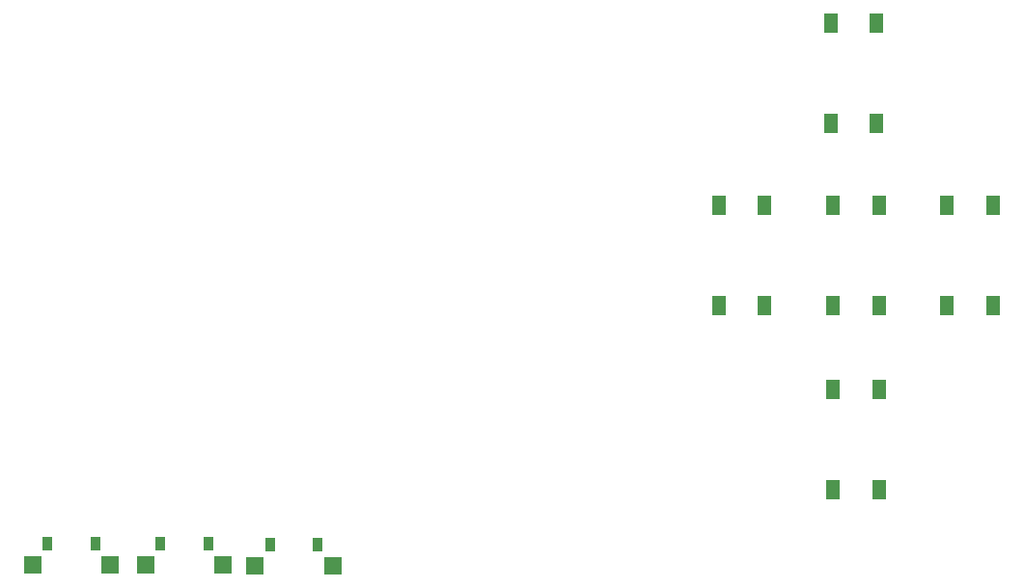
<source format=gtp>
%TF.GenerationSoftware,KiCad,Pcbnew,7.0.2-6a45011f42~172~ubuntu22.04.1*%
%TF.CreationDate,2023-05-03T22:42:28+03:00*%
%TF.ProjectId,mp3_test_board,6d70335f-7465-4737-945f-626f6172642e,rev?*%
%TF.SameCoordinates,Original*%
%TF.FileFunction,Paste,Top*%
%TF.FilePolarity,Positive*%
%FSLAX46Y46*%
G04 Gerber Fmt 4.6, Leading zero omitted, Abs format (unit mm)*
G04 Created by KiCad (PCBNEW 7.0.2-6a45011f42~172~ubuntu22.04.1) date 2023-05-03 22:42:28*
%MOMM*%
%LPD*%
G01*
G04 APERTURE LIST*
%ADD10R,0.900000X1.200000*%
%ADD11R,1.500000X1.500000*%
%ADD12R,1.300000X1.800000*%
G04 APERTURE END LIST*
D10*
%TO.C,SW7*%
X111100000Y-96552500D03*
X106900000Y-96552500D03*
D11*
X112400000Y-98392500D03*
X105600000Y-98392500D03*
%TD*%
D12*
%TO.C,SW1*%
X146300000Y-75600000D03*
X146300000Y-66800000D03*
X150300000Y-75600000D03*
X150300000Y-66800000D03*
%TD*%
D10*
%TO.C,SW6*%
X101500000Y-96480000D03*
X97300000Y-96480000D03*
D11*
X102800000Y-98320000D03*
X96000000Y-98320000D03*
%TD*%
D12*
%TO.C,SW3*%
X156300000Y-91700000D03*
X156300000Y-82900000D03*
X160300000Y-91700000D03*
X160300000Y-82900000D03*
%TD*%
%TO.C,SW2*%
X166300000Y-75600000D03*
X166300000Y-66800000D03*
X170300000Y-75600000D03*
X170300000Y-66800000D03*
%TD*%
D10*
%TO.C,SW8*%
X91600000Y-96480000D03*
X87400000Y-96480000D03*
D11*
X92900000Y-98320000D03*
X86100000Y-98320000D03*
%TD*%
D12*
%TO.C,SW4*%
X156100000Y-59600000D03*
X156100000Y-50800000D03*
X160100000Y-59600000D03*
X160100000Y-50800000D03*
%TD*%
%TO.C,SW5*%
X156300000Y-75600000D03*
X156300000Y-66800000D03*
X160300000Y-75600000D03*
X160300000Y-66800000D03*
%TD*%
M02*

</source>
